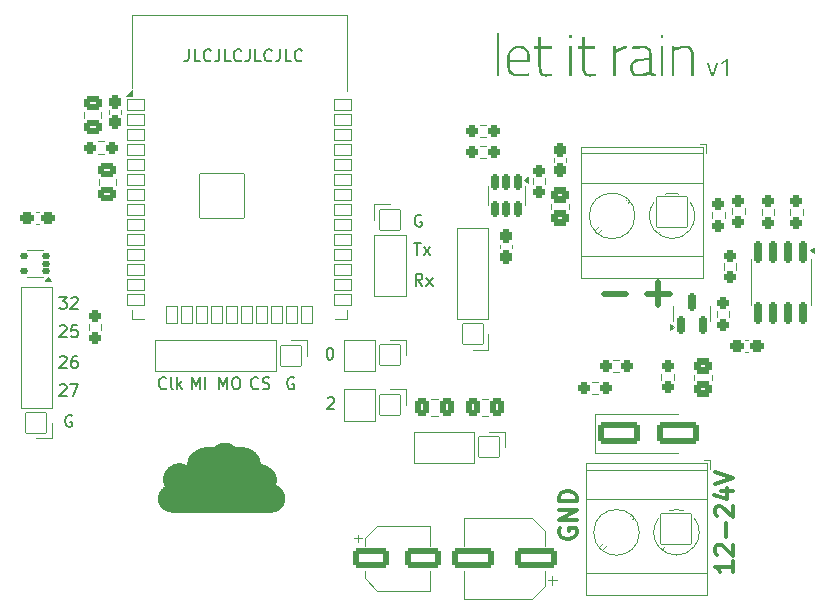
<source format=gto>
G04 #@! TF.GenerationSoftware,KiCad,Pcbnew,8.0.4*
G04 #@! TF.CreationDate,2024-08-24T09:35:18+02:00*
G04 #@! TF.ProjectId,letitrain,6c657469-7472-4616-996e-2e6b69636164,rev?*
G04 #@! TF.SameCoordinates,Original*
G04 #@! TF.FileFunction,Legend,Top*
G04 #@! TF.FilePolarity,Positive*
%FSLAX46Y46*%
G04 Gerber Fmt 4.6, Leading zero omitted, Abs format (unit mm)*
G04 Created by KiCad (PCBNEW 8.0.4) date 2024-08-24 09:35:18*
%MOMM*%
%LPD*%
G01*
G04 APERTURE LIST*
G04 Aperture macros list*
%AMRoundRect*
0 Rectangle with rounded corners*
0 $1 Rounding radius*
0 $2 $3 $4 $5 $6 $7 $8 $9 X,Y pos of 4 corners*
0 Add a 4 corners polygon primitive as box body*
4,1,4,$2,$3,$4,$5,$6,$7,$8,$9,$2,$3,0*
0 Add four circle primitives for the rounded corners*
1,1,$1+$1,$2,$3*
1,1,$1+$1,$4,$5*
1,1,$1+$1,$6,$7*
1,1,$1+$1,$8,$9*
0 Add four rect primitives between the rounded corners*
20,1,$1+$1,$2,$3,$4,$5,0*
20,1,$1+$1,$4,$5,$6,$7,0*
20,1,$1+$1,$6,$7,$8,$9,0*
20,1,$1+$1,$8,$9,$2,$3,0*%
G04 Aperture macros list end*
%ADD10C,0.000000*%
%ADD11C,0.500000*%
%ADD12C,0.200000*%
%ADD13C,0.300000*%
%ADD14C,0.150000*%
%ADD15C,0.120000*%
%ADD16RoundRect,0.256500X0.269000X0.256500X-0.269000X0.256500X-0.269000X-0.256500X0.269000X-0.256500X0*%
%ADD17RoundRect,0.038000X1.300000X1.300000X-1.300000X1.300000X-1.300000X-1.300000X1.300000X-1.300000X0*%
%ADD18C,2.676000*%
%ADD19RoundRect,0.038000X-0.850000X0.850000X-0.850000X-0.850000X0.850000X-0.850000X0.850000X0.850000X0*%
%ADD20O,1.776000X1.776000*%
%ADD21C,3.276000*%
%ADD22RoundRect,0.256500X-0.256500X0.269000X-0.256500X-0.269000X0.256500X-0.269000X0.256500X0.269000X0*%
%ADD23RoundRect,0.169000X-0.169000X0.531500X-0.169000X-0.531500X0.169000X-0.531500X0.169000X0.531500X0*%
%ADD24RoundRect,0.256500X0.256500X-0.269000X0.256500X0.269000X-0.256500X0.269000X-0.256500X-0.269000X0*%
%ADD25RoundRect,0.038000X-0.750000X-0.450000X0.750000X-0.450000X0.750000X0.450000X-0.750000X0.450000X0*%
%ADD26RoundRect,0.038000X0.450000X-0.750000X0.450000X0.750000X-0.450000X0.750000X-0.450000X-0.750000X0*%
%ADD27C,0.676000*%
%ADD28RoundRect,0.038000X-1.900000X-1.900000X1.900000X-1.900000X1.900000X1.900000X-1.900000X1.900000X0*%
%ADD29RoundRect,0.266170X0.359330X0.496830X-0.359330X0.496830X-0.359330X-0.496830X0.359330X-0.496830X0*%
%ADD30RoundRect,0.265833X-0.472167X0.372167X-0.472167X-0.372167X0.472167X-0.372167X0.472167X0.372167X0*%
%ADD31RoundRect,0.038000X-0.850000X-0.850000X0.850000X-0.850000X0.850000X0.850000X-0.850000X0.850000X0*%
%ADD32RoundRect,0.266170X-0.496830X0.359330X-0.496830X-0.359330X0.496830X-0.359330X0.496830X0.359330X0*%
%ADD33RoundRect,0.038000X0.850000X0.850000X-0.850000X0.850000X-0.850000X-0.850000X0.850000X-0.850000X0*%
%ADD34RoundRect,0.260556X-1.527444X-0.677444X1.527444X-0.677444X1.527444X0.677444X-1.527444X0.677444X0*%
%ADD35RoundRect,0.256500X-0.319000X-0.256500X0.319000X-0.256500X0.319000X0.256500X-0.319000X0.256500X0*%
%ADD36RoundRect,0.261875X1.526125X0.576125X-1.526125X0.576125X-1.526125X-0.576125X1.526125X-0.576125X0*%
%ADD37RoundRect,0.169000X-0.169000X0.744000X-0.169000X-0.744000X0.169000X-0.744000X0.169000X0.744000X0*%
%ADD38RoundRect,0.265833X0.472167X-0.372167X0.472167X0.372167X-0.472167X0.372167X-0.472167X-0.372167X0*%
%ADD39RoundRect,0.169000X0.169000X-0.606500X0.169000X0.606500X-0.169000X0.606500X-0.169000X-0.606500X0*%
%ADD40RoundRect,0.256500X0.319000X0.256500X-0.319000X0.256500X-0.319000X-0.256500X0.319000X-0.256500X0*%
%ADD41RoundRect,0.256500X-0.269000X-0.256500X0.269000X-0.256500X0.269000X0.256500X-0.269000X0.256500X0*%
%ADD42RoundRect,0.261875X-1.276125X-0.576125X1.276125X-0.576125X1.276125X0.576125X-1.276125X0.576125X0*%
%ADD43RoundRect,0.266170X0.496830X-0.359330X0.496830X0.359330X-0.496830X0.359330X-0.496830X-0.359330X0*%
%ADD44RoundRect,0.266170X-0.359330X-0.496830X0.359330X-0.496830X0.359330X0.496830X-0.359330X0.496830X0*%
%ADD45RoundRect,0.256500X-0.256500X0.319000X-0.256500X-0.319000X0.256500X-0.319000X0.256500X0.319000X0*%
%ADD46RoundRect,0.256500X0.256500X-0.319000X0.256500X0.319000X-0.256500X0.319000X-0.256500X-0.319000X0*%
%ADD47RoundRect,0.119000X0.244000X0.119000X-0.244000X0.119000X-0.244000X-0.119000X0.244000X-0.119000X0*%
G04 APERTURE END LIST*
D10*
G36*
X51082978Y-68009465D02*
G01*
X51153341Y-68014897D01*
X51222659Y-68023840D01*
X51290845Y-68036204D01*
X51357809Y-68051897D01*
X51423464Y-68070830D01*
X51487722Y-68092913D01*
X51550493Y-68118054D01*
X51611691Y-68146163D01*
X51671226Y-68177150D01*
X51729011Y-68210925D01*
X51784957Y-68247396D01*
X51838976Y-68286475D01*
X51890980Y-68328069D01*
X51940880Y-68372089D01*
X51988588Y-68418444D01*
X52037721Y-68408697D01*
X52087352Y-68400065D01*
X52137475Y-68392605D01*
X52188084Y-68386374D01*
X52239172Y-68381429D01*
X52290734Y-68377826D01*
X52342763Y-68375623D01*
X52395253Y-68374876D01*
X52480206Y-68376657D01*
X52564045Y-68381943D01*
X52646664Y-68390648D01*
X52727960Y-68402686D01*
X52807829Y-68417972D01*
X52886168Y-68436418D01*
X52962873Y-68457939D01*
X53037840Y-68482449D01*
X53110966Y-68509863D01*
X53182146Y-68540093D01*
X53251278Y-68573055D01*
X53318257Y-68608661D01*
X53382979Y-68646827D01*
X53445342Y-68687466D01*
X53505241Y-68730492D01*
X53562572Y-68775819D01*
X53617232Y-68823361D01*
X53669118Y-68873032D01*
X53718124Y-68924746D01*
X53764149Y-68978418D01*
X53807088Y-69033960D01*
X53846836Y-69091288D01*
X53883292Y-69150315D01*
X53916350Y-69210955D01*
X53945908Y-69273122D01*
X53971861Y-69336731D01*
X53994105Y-69401694D01*
X54012538Y-69467927D01*
X54027055Y-69535343D01*
X54037553Y-69603856D01*
X54043928Y-69673381D01*
X54046076Y-69743831D01*
X54045968Y-69750393D01*
X54045678Y-69756923D01*
X54045253Y-69763430D01*
X54044742Y-69769924D01*
X54043658Y-69782909D01*
X54043181Y-69789419D01*
X54042813Y-69795953D01*
X54117056Y-69812188D01*
X54189986Y-69830518D01*
X54261534Y-69850894D01*
X54331632Y-69873266D01*
X54400211Y-69897587D01*
X54467203Y-69923807D01*
X54532540Y-69951878D01*
X54596152Y-69981751D01*
X54657973Y-70013377D01*
X54717932Y-70046708D01*
X54775962Y-70081695D01*
X54831995Y-70118289D01*
X54885961Y-70156442D01*
X54937793Y-70196105D01*
X54987422Y-70237229D01*
X55034779Y-70279765D01*
X55079796Y-70323665D01*
X55122405Y-70368880D01*
X55162538Y-70415362D01*
X55200125Y-70463061D01*
X55235098Y-70511929D01*
X55267389Y-70561917D01*
X55296930Y-70612977D01*
X55323652Y-70665059D01*
X55347486Y-70718116D01*
X55368365Y-70772098D01*
X55386219Y-70826956D01*
X55400980Y-70882643D01*
X55412580Y-70939109D01*
X55420951Y-70996305D01*
X55426023Y-71054184D01*
X55427730Y-71112695D01*
X55427246Y-71143117D01*
X55425807Y-71173361D01*
X55423428Y-71203422D01*
X55420124Y-71233296D01*
X55415911Y-71262977D01*
X55410805Y-71292461D01*
X55404821Y-71321744D01*
X55397975Y-71350821D01*
X55390282Y-71379686D01*
X55381759Y-71408337D01*
X55372420Y-71436767D01*
X55362282Y-71464972D01*
X55351360Y-71492948D01*
X55339670Y-71520690D01*
X55327227Y-71548193D01*
X55314047Y-71575451D01*
X55402031Y-71608608D01*
X55486588Y-71648278D01*
X55567407Y-71694151D01*
X55644178Y-71745923D01*
X55716591Y-71803285D01*
X55784335Y-71865930D01*
X55847100Y-71933550D01*
X55904575Y-72005840D01*
X55956451Y-72082491D01*
X56002417Y-72163196D01*
X56042163Y-72247649D01*
X56075378Y-72335541D01*
X56101752Y-72426566D01*
X56120975Y-72520416D01*
X56132737Y-72616784D01*
X56135722Y-72665817D01*
X56136726Y-72715364D01*
X56135162Y-72777218D01*
X56130521Y-72838260D01*
X56122878Y-72898415D01*
X56112309Y-72957607D01*
X56098889Y-73015760D01*
X56082694Y-73072800D01*
X56063799Y-73128649D01*
X56042279Y-73183234D01*
X56018211Y-73236478D01*
X55991670Y-73288306D01*
X55962730Y-73338642D01*
X55931469Y-73387411D01*
X55897960Y-73434538D01*
X55862280Y-73479946D01*
X55824505Y-73523560D01*
X55784709Y-73565305D01*
X55742968Y-73605105D01*
X55699357Y-73642885D01*
X55653953Y-73678569D01*
X55606831Y-73712081D01*
X55558066Y-73743347D01*
X55507733Y-73772290D01*
X55455909Y-73798835D01*
X55402668Y-73822906D01*
X55348086Y-73844428D01*
X55292239Y-73863326D01*
X55235202Y-73879524D01*
X55177051Y-73892946D01*
X55117860Y-73903516D01*
X55057707Y-73911161D01*
X54996665Y-73915802D01*
X54934811Y-73917366D01*
X46554268Y-73917366D01*
X46492414Y-73915802D01*
X46431372Y-73911161D01*
X46371217Y-73903516D01*
X46312026Y-73892946D01*
X46253873Y-73879524D01*
X46196833Y-73863326D01*
X46140984Y-73844428D01*
X46086400Y-73822906D01*
X46033156Y-73798835D01*
X45981328Y-73772290D01*
X45930992Y-73743347D01*
X45882224Y-73712081D01*
X45835098Y-73678569D01*
X45789690Y-73642885D01*
X45746076Y-73605105D01*
X45704332Y-73565305D01*
X45664532Y-73523560D01*
X45626753Y-73479946D01*
X45591070Y-73434538D01*
X45557558Y-73387411D01*
X45526292Y-73338642D01*
X45497350Y-73288306D01*
X45470805Y-73236478D01*
X45446734Y-73183234D01*
X45425212Y-73128649D01*
X45406315Y-73072800D01*
X45390117Y-73015760D01*
X45376696Y-72957607D01*
X45366125Y-72898415D01*
X45358481Y-72838260D01*
X45353839Y-72777218D01*
X45352275Y-72715364D01*
X45352936Y-72675209D01*
X45354903Y-72635388D01*
X45358157Y-72595923D01*
X45362676Y-72556833D01*
X45368440Y-72518139D01*
X45375428Y-72479860D01*
X45383619Y-72442017D01*
X45392992Y-72404630D01*
X45403526Y-72367719D01*
X45415201Y-72331305D01*
X45427996Y-72295407D01*
X45441889Y-72260046D01*
X45456861Y-72225242D01*
X45472890Y-72191015D01*
X45489956Y-72157385D01*
X45508038Y-72124373D01*
X45547165Y-72060282D01*
X45590105Y-71998903D01*
X45636692Y-71940398D01*
X45686759Y-71884928D01*
X45740140Y-71832655D01*
X45796668Y-71783740D01*
X45856177Y-71738345D01*
X45918501Y-71696631D01*
X45903193Y-71663158D01*
X45888738Y-71629224D01*
X45875154Y-71594842D01*
X45862461Y-71560023D01*
X45850675Y-71524781D01*
X45839817Y-71489127D01*
X45829905Y-71453075D01*
X45820957Y-71416636D01*
X45812992Y-71379822D01*
X45806028Y-71342647D01*
X45800085Y-71305123D01*
X45795181Y-71267262D01*
X45791334Y-71229076D01*
X45788563Y-71190578D01*
X45786887Y-71151780D01*
X45786324Y-71112695D01*
X45788105Y-71042254D01*
X45793392Y-70972737D01*
X45802097Y-70904231D01*
X45814136Y-70836822D01*
X45829422Y-70770595D01*
X45847869Y-70705637D01*
X45869391Y-70642034D01*
X45893903Y-70579872D01*
X45921317Y-70519236D01*
X45951548Y-70460214D01*
X45984511Y-70402890D01*
X46020118Y-70347350D01*
X46058285Y-70293682D01*
X46098924Y-70241971D01*
X46141951Y-70192302D01*
X46187278Y-70144762D01*
X46234820Y-70099437D01*
X46284492Y-70056413D01*
X46336206Y-70015776D01*
X46389877Y-69977611D01*
X46445419Y-69942006D01*
X46502746Y-69909045D01*
X46561772Y-69878816D01*
X46622411Y-69851403D01*
X46684576Y-69826893D01*
X46748182Y-69805372D01*
X46813144Y-69786926D01*
X46879373Y-69771641D01*
X46946786Y-69759603D01*
X47015296Y-69750898D01*
X47084816Y-69745612D01*
X47155261Y-69743831D01*
X47202805Y-69744655D01*
X47249926Y-69747110D01*
X47296598Y-69751164D01*
X47342798Y-69756788D01*
X47388503Y-69763951D01*
X47433687Y-69772624D01*
X47478329Y-69782776D01*
X47522403Y-69794376D01*
X47565886Y-69807396D01*
X47608755Y-69821805D01*
X47650985Y-69837573D01*
X47692553Y-69854669D01*
X47733434Y-69873064D01*
X47773605Y-69892728D01*
X47813043Y-69913630D01*
X47851723Y-69935740D01*
X47847304Y-69912117D01*
X47843292Y-69888404D01*
X47839742Y-69864593D01*
X47836712Y-69840678D01*
X47834258Y-69816652D01*
X47832435Y-69792506D01*
X47831300Y-69768235D01*
X47830909Y-69743831D01*
X47833380Y-69673381D01*
X47840714Y-69603856D01*
X47852792Y-69535343D01*
X47869494Y-69467927D01*
X47890701Y-69401694D01*
X47916293Y-69336731D01*
X47946152Y-69273122D01*
X47980157Y-69210955D01*
X48018190Y-69150315D01*
X48060132Y-69091288D01*
X48105862Y-69033960D01*
X48155262Y-68978418D01*
X48264593Y-68873032D01*
X48387171Y-68775819D01*
X48522040Y-68687466D01*
X48668247Y-68608661D01*
X48824836Y-68540093D01*
X48990853Y-68482449D01*
X49165343Y-68436418D01*
X49347351Y-68402686D01*
X49535924Y-68381943D01*
X49730105Y-68374876D01*
X49771841Y-68375262D01*
X49813310Y-68376391D01*
X49854519Y-68378224D01*
X49895475Y-68380718D01*
X49936183Y-68383833D01*
X49976650Y-68387526D01*
X50016881Y-68391756D01*
X50056883Y-68396483D01*
X50104170Y-68352511D01*
X50153483Y-68310774D01*
X50204741Y-68271355D01*
X50257865Y-68234336D01*
X50312774Y-68199802D01*
X50369388Y-68167835D01*
X50427626Y-68138518D01*
X50487410Y-68111935D01*
X50548657Y-68088168D01*
X50611289Y-68067300D01*
X50675225Y-68049415D01*
X50740385Y-68034595D01*
X50806688Y-68022924D01*
X50874055Y-68014485D01*
X50942405Y-68009361D01*
X51011658Y-68007634D01*
X51082978Y-68009465D01*
G37*
D11*
X86774185Y-55390666D02*
X88678947Y-55390666D01*
X87726566Y-56343047D02*
X87726566Y-54438285D01*
D12*
X53833333Y-63371980D02*
X53785714Y-63419600D01*
X53785714Y-63419600D02*
X53642857Y-63467219D01*
X53642857Y-63467219D02*
X53547619Y-63467219D01*
X53547619Y-63467219D02*
X53404762Y-63419600D01*
X53404762Y-63419600D02*
X53309524Y-63324361D01*
X53309524Y-63324361D02*
X53261905Y-63229123D01*
X53261905Y-63229123D02*
X53214286Y-63038647D01*
X53214286Y-63038647D02*
X53214286Y-62895790D01*
X53214286Y-62895790D02*
X53261905Y-62705314D01*
X53261905Y-62705314D02*
X53309524Y-62610076D01*
X53309524Y-62610076D02*
X53404762Y-62514838D01*
X53404762Y-62514838D02*
X53547619Y-62467219D01*
X53547619Y-62467219D02*
X53642857Y-62467219D01*
X53642857Y-62467219D02*
X53785714Y-62514838D01*
X53785714Y-62514838D02*
X53833333Y-62562457D01*
X54214286Y-63419600D02*
X54357143Y-63467219D01*
X54357143Y-63467219D02*
X54595238Y-63467219D01*
X54595238Y-63467219D02*
X54690476Y-63419600D01*
X54690476Y-63419600D02*
X54738095Y-63371980D01*
X54738095Y-63371980D02*
X54785714Y-63276742D01*
X54785714Y-63276742D02*
X54785714Y-63181504D01*
X54785714Y-63181504D02*
X54738095Y-63086266D01*
X54738095Y-63086266D02*
X54690476Y-63038647D01*
X54690476Y-63038647D02*
X54595238Y-62991028D01*
X54595238Y-62991028D02*
X54404762Y-62943409D01*
X54404762Y-62943409D02*
X54309524Y-62895790D01*
X54309524Y-62895790D02*
X54261905Y-62848171D01*
X54261905Y-62848171D02*
X54214286Y-62752933D01*
X54214286Y-62752933D02*
X54214286Y-62657695D01*
X54214286Y-62657695D02*
X54261905Y-62562457D01*
X54261905Y-62562457D02*
X54309524Y-62514838D01*
X54309524Y-62514838D02*
X54404762Y-62467219D01*
X54404762Y-62467219D02*
X54642857Y-62467219D01*
X54642857Y-62467219D02*
X54785714Y-62514838D01*
X36990476Y-55667219D02*
X37609523Y-55667219D01*
X37609523Y-55667219D02*
X37276190Y-56048171D01*
X37276190Y-56048171D02*
X37419047Y-56048171D01*
X37419047Y-56048171D02*
X37514285Y-56095790D01*
X37514285Y-56095790D02*
X37561904Y-56143409D01*
X37561904Y-56143409D02*
X37609523Y-56238647D01*
X37609523Y-56238647D02*
X37609523Y-56476742D01*
X37609523Y-56476742D02*
X37561904Y-56571980D01*
X37561904Y-56571980D02*
X37514285Y-56619600D01*
X37514285Y-56619600D02*
X37419047Y-56667219D01*
X37419047Y-56667219D02*
X37133333Y-56667219D01*
X37133333Y-56667219D02*
X37038095Y-56619600D01*
X37038095Y-56619600D02*
X36990476Y-56571980D01*
X37990476Y-55762457D02*
X38038095Y-55714838D01*
X38038095Y-55714838D02*
X38133333Y-55667219D01*
X38133333Y-55667219D02*
X38371428Y-55667219D01*
X38371428Y-55667219D02*
X38466666Y-55714838D01*
X38466666Y-55714838D02*
X38514285Y-55762457D01*
X38514285Y-55762457D02*
X38561904Y-55857695D01*
X38561904Y-55857695D02*
X38561904Y-55952933D01*
X38561904Y-55952933D02*
X38514285Y-56095790D01*
X38514285Y-56095790D02*
X37942857Y-56667219D01*
X37942857Y-56667219D02*
X38561904Y-56667219D01*
X59860149Y-59967219D02*
X59955387Y-59967219D01*
X59955387Y-59967219D02*
X60050625Y-60014838D01*
X60050625Y-60014838D02*
X60098244Y-60062457D01*
X60098244Y-60062457D02*
X60145863Y-60157695D01*
X60145863Y-60157695D02*
X60193482Y-60348171D01*
X60193482Y-60348171D02*
X60193482Y-60586266D01*
X60193482Y-60586266D02*
X60145863Y-60776742D01*
X60145863Y-60776742D02*
X60098244Y-60871980D01*
X60098244Y-60871980D02*
X60050625Y-60919600D01*
X60050625Y-60919600D02*
X59955387Y-60967219D01*
X59955387Y-60967219D02*
X59860149Y-60967219D01*
X59860149Y-60967219D02*
X59764911Y-60919600D01*
X59764911Y-60919600D02*
X59717292Y-60871980D01*
X59717292Y-60871980D02*
X59669673Y-60776742D01*
X59669673Y-60776742D02*
X59622054Y-60586266D01*
X59622054Y-60586266D02*
X59622054Y-60348171D01*
X59622054Y-60348171D02*
X59669673Y-60157695D01*
X59669673Y-60157695D02*
X59717292Y-60062457D01*
X59717292Y-60062457D02*
X59764911Y-60014838D01*
X59764911Y-60014838D02*
X59860149Y-59967219D01*
D11*
X83099185Y-55415666D02*
X85003947Y-55415666D01*
D12*
X48228572Y-63467219D02*
X48228572Y-62467219D01*
X48228572Y-62467219D02*
X48561905Y-63181504D01*
X48561905Y-63181504D02*
X48895238Y-62467219D01*
X48895238Y-62467219D02*
X48895238Y-63467219D01*
X49371429Y-63467219D02*
X49371429Y-62467219D01*
X67741101Y-54707219D02*
X67407768Y-54231028D01*
X67169673Y-54707219D02*
X67169673Y-53707219D01*
X67169673Y-53707219D02*
X67550625Y-53707219D01*
X67550625Y-53707219D02*
X67645863Y-53754838D01*
X67645863Y-53754838D02*
X67693482Y-53802457D01*
X67693482Y-53802457D02*
X67741101Y-53897695D01*
X67741101Y-53897695D02*
X67741101Y-54040552D01*
X67741101Y-54040552D02*
X67693482Y-54135790D01*
X67693482Y-54135790D02*
X67645863Y-54183409D01*
X67645863Y-54183409D02*
X67550625Y-54231028D01*
X67550625Y-54231028D02*
X67169673Y-54231028D01*
X68074435Y-54707219D02*
X68598244Y-54040552D01*
X68074435Y-54040552D02*
X68598244Y-54707219D01*
X37038095Y-58162457D02*
X37085714Y-58114838D01*
X37085714Y-58114838D02*
X37180952Y-58067219D01*
X37180952Y-58067219D02*
X37419047Y-58067219D01*
X37419047Y-58067219D02*
X37514285Y-58114838D01*
X37514285Y-58114838D02*
X37561904Y-58162457D01*
X37561904Y-58162457D02*
X37609523Y-58257695D01*
X37609523Y-58257695D02*
X37609523Y-58352933D01*
X37609523Y-58352933D02*
X37561904Y-58495790D01*
X37561904Y-58495790D02*
X36990476Y-59067219D01*
X36990476Y-59067219D02*
X37609523Y-59067219D01*
X38514285Y-58067219D02*
X38038095Y-58067219D01*
X38038095Y-58067219D02*
X37990476Y-58543409D01*
X37990476Y-58543409D02*
X38038095Y-58495790D01*
X38038095Y-58495790D02*
X38133333Y-58448171D01*
X38133333Y-58448171D02*
X38371428Y-58448171D01*
X38371428Y-58448171D02*
X38466666Y-58495790D01*
X38466666Y-58495790D02*
X38514285Y-58543409D01*
X38514285Y-58543409D02*
X38561904Y-58638647D01*
X38561904Y-58638647D02*
X38561904Y-58876742D01*
X38561904Y-58876742D02*
X38514285Y-58971980D01*
X38514285Y-58971980D02*
X38466666Y-59019600D01*
X38466666Y-59019600D02*
X38371428Y-59067219D01*
X38371428Y-59067219D02*
X38133333Y-59067219D01*
X38133333Y-59067219D02*
X38038095Y-59019600D01*
X38038095Y-59019600D02*
X37990476Y-58971980D01*
D13*
X79372257Y-75259774D02*
X79300828Y-75402632D01*
X79300828Y-75402632D02*
X79300828Y-75616917D01*
X79300828Y-75616917D02*
X79372257Y-75831203D01*
X79372257Y-75831203D02*
X79515114Y-75974060D01*
X79515114Y-75974060D02*
X79657971Y-76045489D01*
X79657971Y-76045489D02*
X79943685Y-76116917D01*
X79943685Y-76116917D02*
X80157971Y-76116917D01*
X80157971Y-76116917D02*
X80443685Y-76045489D01*
X80443685Y-76045489D02*
X80586542Y-75974060D01*
X80586542Y-75974060D02*
X80729400Y-75831203D01*
X80729400Y-75831203D02*
X80800828Y-75616917D01*
X80800828Y-75616917D02*
X80800828Y-75474060D01*
X80800828Y-75474060D02*
X80729400Y-75259774D01*
X80729400Y-75259774D02*
X80657971Y-75188346D01*
X80657971Y-75188346D02*
X80157971Y-75188346D01*
X80157971Y-75188346D02*
X80157971Y-75474060D01*
X80800828Y-74545489D02*
X79300828Y-74545489D01*
X79300828Y-74545489D02*
X80800828Y-73688346D01*
X80800828Y-73688346D02*
X79300828Y-73688346D01*
X80800828Y-72974060D02*
X79300828Y-72974060D01*
X79300828Y-72974060D02*
X79300828Y-72616917D01*
X79300828Y-72616917D02*
X79372257Y-72402631D01*
X79372257Y-72402631D02*
X79515114Y-72259774D01*
X79515114Y-72259774D02*
X79657971Y-72188345D01*
X79657971Y-72188345D02*
X79943685Y-72116917D01*
X79943685Y-72116917D02*
X80157971Y-72116917D01*
X80157971Y-72116917D02*
X80443685Y-72188345D01*
X80443685Y-72188345D02*
X80586542Y-72259774D01*
X80586542Y-72259774D02*
X80729400Y-72402631D01*
X80729400Y-72402631D02*
X80800828Y-72616917D01*
X80800828Y-72616917D02*
X80800828Y-72974060D01*
G36*
X74018876Y-36955001D02*
G01*
X74018876Y-33305646D01*
X74245411Y-33305646D01*
X74245411Y-36955001D01*
X74018876Y-36955001D01*
G37*
G36*
X76081549Y-34404058D02*
G01*
X76260647Y-34441697D01*
X76437280Y-34518674D01*
X76583994Y-34631875D01*
X76631297Y-34683664D01*
X76736765Y-34849505D01*
X76804329Y-35029678D01*
X76843880Y-35210158D01*
X76866480Y-35414681D01*
X76872365Y-35603483D01*
X76872365Y-35793259D01*
X75124197Y-35793259D01*
X75129847Y-35970794D01*
X75150721Y-36155888D01*
X75193410Y-36338372D01*
X75265448Y-36506625D01*
X75284909Y-36538689D01*
X75407343Y-36669871D01*
X75572686Y-36752468D01*
X75758183Y-36785264D01*
X75827739Y-36787450D01*
X76018477Y-36785259D01*
X76209429Y-36778688D01*
X76400595Y-36767735D01*
X76591974Y-36752401D01*
X76767219Y-36741288D01*
X76780896Y-36952436D01*
X76604892Y-36965981D01*
X76407903Y-36979204D01*
X76226421Y-36989122D01*
X76034292Y-36996514D01*
X75863270Y-36999407D01*
X75840561Y-36999453D01*
X75650524Y-36986380D01*
X75458138Y-36942943D01*
X75297331Y-36869155D01*
X75152220Y-36747659D01*
X75095132Y-36672045D01*
X75014191Y-36515218D01*
X74953130Y-36326729D01*
X74916615Y-36139968D01*
X74897344Y-35966564D01*
X74888215Y-35777007D01*
X74887404Y-35696661D01*
X74891891Y-35580402D01*
X75124197Y-35580402D01*
X76635572Y-35580402D01*
X76629471Y-35395774D01*
X76606932Y-35206356D01*
X76560837Y-35024140D01*
X76483051Y-34862829D01*
X76462037Y-34833263D01*
X76333910Y-34713350D01*
X76165378Y-34637850D01*
X75979152Y-34607871D01*
X75909804Y-34605873D01*
X75725677Y-34621100D01*
X75530043Y-34682960D01*
X75372768Y-34792404D01*
X75253853Y-34949432D01*
X75186340Y-35109316D01*
X75143377Y-35299654D01*
X75124964Y-35520445D01*
X75124197Y-35580402D01*
X74891891Y-35580402D01*
X74896389Y-35463838D01*
X74923347Y-35253916D01*
X74968277Y-35066894D01*
X75031179Y-34902773D01*
X75143004Y-34719568D01*
X75286779Y-34577075D01*
X75462504Y-34475294D01*
X75670179Y-34414226D01*
X75846903Y-34395142D01*
X75909804Y-34393870D01*
X76081549Y-34404058D01*
G37*
G36*
X78691486Y-34650325D02*
G01*
X77795603Y-34650325D01*
X77795603Y-35912938D01*
X77798278Y-36109106D01*
X77808160Y-36302264D01*
X77828369Y-36475932D01*
X77871685Y-36632722D01*
X77996920Y-36751974D01*
X78171061Y-36790327D01*
X78220464Y-36791724D01*
X78728244Y-36750691D01*
X78747906Y-36961839D01*
X78563514Y-36982501D01*
X78391943Y-36997528D01*
X78221318Y-37004582D01*
X78034199Y-36989638D01*
X77866735Y-36937979D01*
X77721978Y-36827283D01*
X77712683Y-36815660D01*
X77630431Y-36645876D01*
X77592056Y-36472275D01*
X77573292Y-36285750D01*
X77568213Y-36100151D01*
X77568213Y-34650325D01*
X77179256Y-34650325D01*
X77179256Y-34438322D01*
X77568213Y-34438322D01*
X77568213Y-33635618D01*
X77795603Y-33635618D01*
X77795603Y-34438322D01*
X78691486Y-34438322D01*
X78691486Y-34650325D01*
G37*
G36*
X80178070Y-36955001D02*
G01*
X80178070Y-34438322D01*
X80405460Y-34438322D01*
X80405460Y-36955001D01*
X80178070Y-36955001D01*
G37*
G36*
X80178070Y-33779233D02*
G01*
X80178070Y-33453535D01*
X80405460Y-33453535D01*
X80405460Y-33779233D01*
X80178070Y-33779233D01*
G37*
G36*
X82387857Y-34650325D02*
G01*
X81491974Y-34650325D01*
X81491974Y-35912938D01*
X81494649Y-36109106D01*
X81504531Y-36302264D01*
X81524740Y-36475932D01*
X81568056Y-36632722D01*
X81693292Y-36751974D01*
X81867432Y-36790327D01*
X81916835Y-36791724D01*
X82424616Y-36750691D01*
X82444277Y-36961839D01*
X82259885Y-36982501D01*
X82088314Y-36997528D01*
X81917690Y-37004582D01*
X81730570Y-36989638D01*
X81563106Y-36937979D01*
X81418350Y-36827283D01*
X81409054Y-36815660D01*
X81326802Y-36645876D01*
X81288427Y-36472275D01*
X81269663Y-36285750D01*
X81264584Y-36100151D01*
X81264584Y-34650325D01*
X80875628Y-34650325D01*
X80875628Y-34438322D01*
X81264584Y-34438322D01*
X81264584Y-33635618D01*
X81491974Y-33635618D01*
X81491974Y-34438322D01*
X82387857Y-34438322D01*
X82387857Y-34650325D01*
G37*
G36*
X83874441Y-36955001D02*
G01*
X83874441Y-34438322D01*
X84101831Y-34438322D01*
X84101831Y-34792230D01*
X84254636Y-34695205D01*
X84414979Y-34613127D01*
X84502756Y-34571679D01*
X84668057Y-34501159D01*
X84830247Y-34444433D01*
X85006810Y-34397583D01*
X85076360Y-34383612D01*
X85076360Y-34616131D01*
X84899086Y-34660249D01*
X84734894Y-34713997D01*
X84599354Y-34767439D01*
X84433540Y-34840970D01*
X84279593Y-34919766D01*
X84226639Y-34951232D01*
X84101831Y-35027314D01*
X84101831Y-36955001D01*
X83874441Y-36955001D01*
G37*
G36*
X86599369Y-34406305D02*
G01*
X86785211Y-34456824D01*
X86934614Y-34546204D01*
X87065797Y-34704755D01*
X87135032Y-34879628D01*
X87167828Y-35093361D01*
X87170743Y-35189735D01*
X87170743Y-36606222D01*
X87296546Y-36739689D01*
X87478350Y-36783170D01*
X87541748Y-36790014D01*
X87528925Y-36994324D01*
X87345025Y-36981768D01*
X87176712Y-36937627D01*
X87026460Y-36840517D01*
X86986950Y-36793434D01*
X86803575Y-36863448D01*
X86619538Y-36918977D01*
X86434840Y-36960019D01*
X86249482Y-36986577D01*
X86063462Y-36998648D01*
X86001308Y-36999453D01*
X85816697Y-36980920D01*
X85645058Y-36917723D01*
X85506350Y-36809676D01*
X85405117Y-36660031D01*
X85349552Y-36491732D01*
X85329236Y-36313997D01*
X85328541Y-36271121D01*
X85329483Y-36258298D01*
X85566189Y-36258298D01*
X85582057Y-36433288D01*
X85640681Y-36595206D01*
X85679030Y-36650674D01*
X85816447Y-36753256D01*
X85988364Y-36787316D01*
X86001308Y-36787450D01*
X86176273Y-36778985D01*
X86346295Y-36756144D01*
X86449249Y-36736159D01*
X86626103Y-36694908D01*
X86797287Y-36645300D01*
X86823674Y-36636141D01*
X86944207Y-36592544D01*
X86944207Y-35633402D01*
X86057728Y-35724017D01*
X85878009Y-35759279D01*
X85715909Y-35841224D01*
X85677320Y-35877890D01*
X85593972Y-36035396D01*
X85567166Y-36211522D01*
X85566189Y-36258298D01*
X85329483Y-36258298D01*
X85341997Y-36087915D01*
X85388513Y-35914808D01*
X85478056Y-35761416D01*
X85498656Y-35737694D01*
X85638540Y-35627838D01*
X85805503Y-35558649D01*
X85988175Y-35521360D01*
X86032937Y-35516288D01*
X86944207Y-35420545D01*
X86944207Y-35189735D01*
X86931685Y-35016144D01*
X86883600Y-34851692D01*
X86815980Y-34751197D01*
X86666515Y-34654250D01*
X86488359Y-34618241D01*
X86424459Y-34616131D01*
X86250525Y-34621202D01*
X86067080Y-34634226D01*
X85884300Y-34652195D01*
X85711093Y-34672481D01*
X85649965Y-34680245D01*
X85469591Y-34703326D01*
X85449075Y-34487049D01*
X85625709Y-34460205D01*
X85825824Y-34433999D01*
X86013016Y-34414344D01*
X86187285Y-34401241D01*
X86374266Y-34394234D01*
X86424459Y-34393870D01*
X86599369Y-34406305D01*
G37*
G36*
X87905914Y-36955001D02*
G01*
X87905914Y-34438322D01*
X88133304Y-34438322D01*
X88133304Y-36955001D01*
X87905914Y-36955001D01*
G37*
G36*
X87905914Y-33779233D02*
G01*
X87905914Y-33453535D01*
X88133304Y-33453535D01*
X88133304Y-33779233D01*
X87905914Y-33779233D01*
G37*
G36*
X89077058Y-36955001D02*
G01*
X88849668Y-36955001D01*
X88849668Y-34438322D01*
X89077058Y-34438322D01*
X89077058Y-34616131D01*
X89230681Y-34540597D01*
X89415757Y-34472226D01*
X89607132Y-34425125D01*
X89804807Y-34399296D01*
X89949860Y-34393870D01*
X90140540Y-34406264D01*
X90322596Y-34450783D01*
X90481683Y-34539568D01*
X90582449Y-34652890D01*
X90653882Y-34811838D01*
X90699644Y-34999918D01*
X90726432Y-35197528D01*
X90739985Y-35387870D01*
X90745566Y-35601545D01*
X90745725Y-35647080D01*
X90745725Y-36955001D01*
X90519190Y-36955001D01*
X90519190Y-35657338D01*
X90516435Y-35467155D01*
X90505856Y-35267200D01*
X90483487Y-35072891D01*
X90444698Y-34902215D01*
X90406350Y-34810182D01*
X90283852Y-34685681D01*
X90105033Y-34622034D01*
X89911392Y-34605873D01*
X89738909Y-34617490D01*
X89559554Y-34652342D01*
X89507048Y-34666567D01*
X89340619Y-34719184D01*
X89180495Y-34785391D01*
X89077058Y-34840957D01*
X89077058Y-36955001D01*
G37*
D12*
X67661904Y-48754838D02*
X67566666Y-48707219D01*
X67566666Y-48707219D02*
X67423809Y-48707219D01*
X67423809Y-48707219D02*
X67280952Y-48754838D01*
X67280952Y-48754838D02*
X67185714Y-48850076D01*
X67185714Y-48850076D02*
X67138095Y-48945314D01*
X67138095Y-48945314D02*
X67090476Y-49135790D01*
X67090476Y-49135790D02*
X67090476Y-49278647D01*
X67090476Y-49278647D02*
X67138095Y-49469123D01*
X67138095Y-49469123D02*
X67185714Y-49564361D01*
X67185714Y-49564361D02*
X67280952Y-49659600D01*
X67280952Y-49659600D02*
X67423809Y-49707219D01*
X67423809Y-49707219D02*
X67519047Y-49707219D01*
X67519047Y-49707219D02*
X67661904Y-49659600D01*
X67661904Y-49659600D02*
X67709523Y-49611980D01*
X67709523Y-49611980D02*
X67709523Y-49278647D01*
X67709523Y-49278647D02*
X67519047Y-49278647D01*
X37038095Y-63162457D02*
X37085714Y-63114838D01*
X37085714Y-63114838D02*
X37180952Y-63067219D01*
X37180952Y-63067219D02*
X37419047Y-63067219D01*
X37419047Y-63067219D02*
X37514285Y-63114838D01*
X37514285Y-63114838D02*
X37561904Y-63162457D01*
X37561904Y-63162457D02*
X37609523Y-63257695D01*
X37609523Y-63257695D02*
X37609523Y-63352933D01*
X37609523Y-63352933D02*
X37561904Y-63495790D01*
X37561904Y-63495790D02*
X36990476Y-64067219D01*
X36990476Y-64067219D02*
X37609523Y-64067219D01*
X37942857Y-63067219D02*
X38609523Y-63067219D01*
X38609523Y-63067219D02*
X38180952Y-64067219D01*
X56861904Y-62514838D02*
X56766666Y-62467219D01*
X56766666Y-62467219D02*
X56623809Y-62467219D01*
X56623809Y-62467219D02*
X56480952Y-62514838D01*
X56480952Y-62514838D02*
X56385714Y-62610076D01*
X56385714Y-62610076D02*
X56338095Y-62705314D01*
X56338095Y-62705314D02*
X56290476Y-62895790D01*
X56290476Y-62895790D02*
X56290476Y-63038647D01*
X56290476Y-63038647D02*
X56338095Y-63229123D01*
X56338095Y-63229123D02*
X56385714Y-63324361D01*
X56385714Y-63324361D02*
X56480952Y-63419600D01*
X56480952Y-63419600D02*
X56623809Y-63467219D01*
X56623809Y-63467219D02*
X56719047Y-63467219D01*
X56719047Y-63467219D02*
X56861904Y-63419600D01*
X56861904Y-63419600D02*
X56909523Y-63371980D01*
X56909523Y-63371980D02*
X56909523Y-63038647D01*
X56909523Y-63038647D02*
X56719047Y-63038647D01*
X50542857Y-63467219D02*
X50542857Y-62467219D01*
X50542857Y-62467219D02*
X50876190Y-63181504D01*
X50876190Y-63181504D02*
X51209523Y-62467219D01*
X51209523Y-62467219D02*
X51209523Y-63467219D01*
X51876190Y-62467219D02*
X52066666Y-62467219D01*
X52066666Y-62467219D02*
X52161904Y-62514838D01*
X52161904Y-62514838D02*
X52257142Y-62610076D01*
X52257142Y-62610076D02*
X52304761Y-62800552D01*
X52304761Y-62800552D02*
X52304761Y-63133885D01*
X52304761Y-63133885D02*
X52257142Y-63324361D01*
X52257142Y-63324361D02*
X52161904Y-63419600D01*
X52161904Y-63419600D02*
X52066666Y-63467219D01*
X52066666Y-63467219D02*
X51876190Y-63467219D01*
X51876190Y-63467219D02*
X51780952Y-63419600D01*
X51780952Y-63419600D02*
X51685714Y-63324361D01*
X51685714Y-63324361D02*
X51638095Y-63133885D01*
X51638095Y-63133885D02*
X51638095Y-62800552D01*
X51638095Y-62800552D02*
X51685714Y-62610076D01*
X51685714Y-62610076D02*
X51780952Y-62514838D01*
X51780952Y-62514838D02*
X51876190Y-62467219D01*
X37038095Y-60762457D02*
X37085714Y-60714838D01*
X37085714Y-60714838D02*
X37180952Y-60667219D01*
X37180952Y-60667219D02*
X37419047Y-60667219D01*
X37419047Y-60667219D02*
X37514285Y-60714838D01*
X37514285Y-60714838D02*
X37561904Y-60762457D01*
X37561904Y-60762457D02*
X37609523Y-60857695D01*
X37609523Y-60857695D02*
X37609523Y-60952933D01*
X37609523Y-60952933D02*
X37561904Y-61095790D01*
X37561904Y-61095790D02*
X36990476Y-61667219D01*
X36990476Y-61667219D02*
X37609523Y-61667219D01*
X38466666Y-60667219D02*
X38276190Y-60667219D01*
X38276190Y-60667219D02*
X38180952Y-60714838D01*
X38180952Y-60714838D02*
X38133333Y-60762457D01*
X38133333Y-60762457D02*
X38038095Y-60905314D01*
X38038095Y-60905314D02*
X37990476Y-61095790D01*
X37990476Y-61095790D02*
X37990476Y-61476742D01*
X37990476Y-61476742D02*
X38038095Y-61571980D01*
X38038095Y-61571980D02*
X38085714Y-61619600D01*
X38085714Y-61619600D02*
X38180952Y-61667219D01*
X38180952Y-61667219D02*
X38371428Y-61667219D01*
X38371428Y-61667219D02*
X38466666Y-61619600D01*
X38466666Y-61619600D02*
X38514285Y-61571980D01*
X38514285Y-61571980D02*
X38561904Y-61476742D01*
X38561904Y-61476742D02*
X38561904Y-61238647D01*
X38561904Y-61238647D02*
X38514285Y-61143409D01*
X38514285Y-61143409D02*
X38466666Y-61095790D01*
X38466666Y-61095790D02*
X38371428Y-61048171D01*
X38371428Y-61048171D02*
X38180952Y-61048171D01*
X38180952Y-61048171D02*
X38085714Y-61095790D01*
X38085714Y-61095790D02*
X38038095Y-61143409D01*
X38038095Y-61143409D02*
X37990476Y-61238647D01*
X59722054Y-64262457D02*
X59769673Y-64214838D01*
X59769673Y-64214838D02*
X59864911Y-64167219D01*
X59864911Y-64167219D02*
X60103006Y-64167219D01*
X60103006Y-64167219D02*
X60198244Y-64214838D01*
X60198244Y-64214838D02*
X60245863Y-64262457D01*
X60245863Y-64262457D02*
X60293482Y-64357695D01*
X60293482Y-64357695D02*
X60293482Y-64452933D01*
X60293482Y-64452933D02*
X60245863Y-64595790D01*
X60245863Y-64595790D02*
X59674435Y-65167219D01*
X59674435Y-65167219D02*
X60293482Y-65167219D01*
D13*
G36*
X91853122Y-35866423D02*
G01*
X92016887Y-35866423D01*
X92280669Y-36811643D01*
X92347348Y-36811643D01*
X92621755Y-35866423D01*
X92777093Y-35866423D01*
X92462020Y-36945000D01*
X92167829Y-36945000D01*
X91853122Y-35866423D01*
G37*
G36*
X93628524Y-35528635D02*
G01*
X93628524Y-36945000D01*
X93476116Y-36945000D01*
X93476116Y-35705956D01*
X93112683Y-35949588D01*
X93039410Y-35827955D01*
X93490404Y-35528635D01*
X93628524Y-35528635D01*
G37*
D12*
X67026816Y-51107219D02*
X67598244Y-51107219D01*
X67312530Y-52107219D02*
X67312530Y-51107219D01*
X67836340Y-52107219D02*
X68360149Y-51440552D01*
X67836340Y-51440552D02*
X68360149Y-52107219D01*
D14*
X47972493Y-34709819D02*
X47972493Y-35424104D01*
X47972493Y-35424104D02*
X47924874Y-35566961D01*
X47924874Y-35566961D02*
X47829636Y-35662200D01*
X47829636Y-35662200D02*
X47686779Y-35709819D01*
X47686779Y-35709819D02*
X47591541Y-35709819D01*
X48924874Y-35709819D02*
X48448684Y-35709819D01*
X48448684Y-35709819D02*
X48448684Y-34709819D01*
X49829636Y-35614580D02*
X49782017Y-35662200D01*
X49782017Y-35662200D02*
X49639160Y-35709819D01*
X49639160Y-35709819D02*
X49543922Y-35709819D01*
X49543922Y-35709819D02*
X49401065Y-35662200D01*
X49401065Y-35662200D02*
X49305827Y-35566961D01*
X49305827Y-35566961D02*
X49258208Y-35471723D01*
X49258208Y-35471723D02*
X49210589Y-35281247D01*
X49210589Y-35281247D02*
X49210589Y-35138390D01*
X49210589Y-35138390D02*
X49258208Y-34947914D01*
X49258208Y-34947914D02*
X49305827Y-34852676D01*
X49305827Y-34852676D02*
X49401065Y-34757438D01*
X49401065Y-34757438D02*
X49543922Y-34709819D01*
X49543922Y-34709819D02*
X49639160Y-34709819D01*
X49639160Y-34709819D02*
X49782017Y-34757438D01*
X49782017Y-34757438D02*
X49829636Y-34805057D01*
X50543922Y-34709819D02*
X50543922Y-35424104D01*
X50543922Y-35424104D02*
X50496303Y-35566961D01*
X50496303Y-35566961D02*
X50401065Y-35662200D01*
X50401065Y-35662200D02*
X50258208Y-35709819D01*
X50258208Y-35709819D02*
X50162970Y-35709819D01*
X51496303Y-35709819D02*
X51020113Y-35709819D01*
X51020113Y-35709819D02*
X51020113Y-34709819D01*
X52401065Y-35614580D02*
X52353446Y-35662200D01*
X52353446Y-35662200D02*
X52210589Y-35709819D01*
X52210589Y-35709819D02*
X52115351Y-35709819D01*
X52115351Y-35709819D02*
X51972494Y-35662200D01*
X51972494Y-35662200D02*
X51877256Y-35566961D01*
X51877256Y-35566961D02*
X51829637Y-35471723D01*
X51829637Y-35471723D02*
X51782018Y-35281247D01*
X51782018Y-35281247D02*
X51782018Y-35138390D01*
X51782018Y-35138390D02*
X51829637Y-34947914D01*
X51829637Y-34947914D02*
X51877256Y-34852676D01*
X51877256Y-34852676D02*
X51972494Y-34757438D01*
X51972494Y-34757438D02*
X52115351Y-34709819D01*
X52115351Y-34709819D02*
X52210589Y-34709819D01*
X52210589Y-34709819D02*
X52353446Y-34757438D01*
X52353446Y-34757438D02*
X52401065Y-34805057D01*
X53115351Y-34709819D02*
X53115351Y-35424104D01*
X53115351Y-35424104D02*
X53067732Y-35566961D01*
X53067732Y-35566961D02*
X52972494Y-35662200D01*
X52972494Y-35662200D02*
X52829637Y-35709819D01*
X52829637Y-35709819D02*
X52734399Y-35709819D01*
X54067732Y-35709819D02*
X53591542Y-35709819D01*
X53591542Y-35709819D02*
X53591542Y-34709819D01*
X54972494Y-35614580D02*
X54924875Y-35662200D01*
X54924875Y-35662200D02*
X54782018Y-35709819D01*
X54782018Y-35709819D02*
X54686780Y-35709819D01*
X54686780Y-35709819D02*
X54543923Y-35662200D01*
X54543923Y-35662200D02*
X54448685Y-35566961D01*
X54448685Y-35566961D02*
X54401066Y-35471723D01*
X54401066Y-35471723D02*
X54353447Y-35281247D01*
X54353447Y-35281247D02*
X54353447Y-35138390D01*
X54353447Y-35138390D02*
X54401066Y-34947914D01*
X54401066Y-34947914D02*
X54448685Y-34852676D01*
X54448685Y-34852676D02*
X54543923Y-34757438D01*
X54543923Y-34757438D02*
X54686780Y-34709819D01*
X54686780Y-34709819D02*
X54782018Y-34709819D01*
X54782018Y-34709819D02*
X54924875Y-34757438D01*
X54924875Y-34757438D02*
X54972494Y-34805057D01*
X55686780Y-34709819D02*
X55686780Y-35424104D01*
X55686780Y-35424104D02*
X55639161Y-35566961D01*
X55639161Y-35566961D02*
X55543923Y-35662200D01*
X55543923Y-35662200D02*
X55401066Y-35709819D01*
X55401066Y-35709819D02*
X55305828Y-35709819D01*
X56639161Y-35709819D02*
X56162971Y-35709819D01*
X56162971Y-35709819D02*
X56162971Y-34709819D01*
X57543923Y-35614580D02*
X57496304Y-35662200D01*
X57496304Y-35662200D02*
X57353447Y-35709819D01*
X57353447Y-35709819D02*
X57258209Y-35709819D01*
X57258209Y-35709819D02*
X57115352Y-35662200D01*
X57115352Y-35662200D02*
X57020114Y-35566961D01*
X57020114Y-35566961D02*
X56972495Y-35471723D01*
X56972495Y-35471723D02*
X56924876Y-35281247D01*
X56924876Y-35281247D02*
X56924876Y-35138390D01*
X56924876Y-35138390D02*
X56972495Y-34947914D01*
X56972495Y-34947914D02*
X57020114Y-34852676D01*
X57020114Y-34852676D02*
X57115352Y-34757438D01*
X57115352Y-34757438D02*
X57258209Y-34709819D01*
X57258209Y-34709819D02*
X57353447Y-34709819D01*
X57353447Y-34709819D02*
X57496304Y-34757438D01*
X57496304Y-34757438D02*
X57543923Y-34805057D01*
D13*
X94000828Y-78059774D02*
X94000828Y-78916917D01*
X94000828Y-78488346D02*
X92500828Y-78488346D01*
X92500828Y-78488346D02*
X92715114Y-78631203D01*
X92715114Y-78631203D02*
X92857971Y-78774060D01*
X92857971Y-78774060D02*
X92929400Y-78916917D01*
X92643685Y-77488346D02*
X92572257Y-77416918D01*
X92572257Y-77416918D02*
X92500828Y-77274061D01*
X92500828Y-77274061D02*
X92500828Y-76916918D01*
X92500828Y-76916918D02*
X92572257Y-76774061D01*
X92572257Y-76774061D02*
X92643685Y-76702632D01*
X92643685Y-76702632D02*
X92786542Y-76631203D01*
X92786542Y-76631203D02*
X92929400Y-76631203D01*
X92929400Y-76631203D02*
X93143685Y-76702632D01*
X93143685Y-76702632D02*
X94000828Y-77559775D01*
X94000828Y-77559775D02*
X94000828Y-76631203D01*
X93429400Y-75988347D02*
X93429400Y-74845490D01*
X92643685Y-74202632D02*
X92572257Y-74131204D01*
X92572257Y-74131204D02*
X92500828Y-73988347D01*
X92500828Y-73988347D02*
X92500828Y-73631204D01*
X92500828Y-73631204D02*
X92572257Y-73488347D01*
X92572257Y-73488347D02*
X92643685Y-73416918D01*
X92643685Y-73416918D02*
X92786542Y-73345489D01*
X92786542Y-73345489D02*
X92929400Y-73345489D01*
X92929400Y-73345489D02*
X93143685Y-73416918D01*
X93143685Y-73416918D02*
X94000828Y-74274061D01*
X94000828Y-74274061D02*
X94000828Y-73345489D01*
X93000828Y-72059776D02*
X94000828Y-72059776D01*
X92429400Y-72416918D02*
X93500828Y-72774061D01*
X93500828Y-72774061D02*
X93500828Y-71845490D01*
X92500828Y-71488347D02*
X94000828Y-70988347D01*
X94000828Y-70988347D02*
X92500828Y-70488347D01*
D12*
X46042856Y-63371980D02*
X45995237Y-63419600D01*
X45995237Y-63419600D02*
X45852380Y-63467219D01*
X45852380Y-63467219D02*
X45757142Y-63467219D01*
X45757142Y-63467219D02*
X45614285Y-63419600D01*
X45614285Y-63419600D02*
X45519047Y-63324361D01*
X45519047Y-63324361D02*
X45471428Y-63229123D01*
X45471428Y-63229123D02*
X45423809Y-63038647D01*
X45423809Y-63038647D02*
X45423809Y-62895790D01*
X45423809Y-62895790D02*
X45471428Y-62705314D01*
X45471428Y-62705314D02*
X45519047Y-62610076D01*
X45519047Y-62610076D02*
X45614285Y-62514838D01*
X45614285Y-62514838D02*
X45757142Y-62467219D01*
X45757142Y-62467219D02*
X45852380Y-62467219D01*
X45852380Y-62467219D02*
X45995237Y-62514838D01*
X45995237Y-62514838D02*
X46042856Y-62562457D01*
X46614285Y-63467219D02*
X46519047Y-63419600D01*
X46519047Y-63419600D02*
X46471428Y-63324361D01*
X46471428Y-63324361D02*
X46471428Y-62467219D01*
X46995238Y-63467219D02*
X46995238Y-62467219D01*
X47090476Y-63086266D02*
X47376190Y-63467219D01*
X47376190Y-62800552D02*
X46995238Y-63181504D01*
X38061904Y-65714838D02*
X37966666Y-65667219D01*
X37966666Y-65667219D02*
X37823809Y-65667219D01*
X37823809Y-65667219D02*
X37680952Y-65714838D01*
X37680952Y-65714838D02*
X37585714Y-65810076D01*
X37585714Y-65810076D02*
X37538095Y-65905314D01*
X37538095Y-65905314D02*
X37490476Y-66095790D01*
X37490476Y-66095790D02*
X37490476Y-66238647D01*
X37490476Y-66238647D02*
X37538095Y-66429123D01*
X37538095Y-66429123D02*
X37585714Y-66524361D01*
X37585714Y-66524361D02*
X37680952Y-66619600D01*
X37680952Y-66619600D02*
X37823809Y-66667219D01*
X37823809Y-66667219D02*
X37919047Y-66667219D01*
X37919047Y-66667219D02*
X38061904Y-66619600D01*
X38061904Y-66619600D02*
X38109523Y-66571980D01*
X38109523Y-66571980D02*
X38109523Y-66238647D01*
X38109523Y-66238647D02*
X37919047Y-66238647D01*
D15*
X40767224Y-42492500D02*
X40257776Y-42492500D01*
X40767224Y-43537500D02*
X40257776Y-43537500D01*
X81200000Y-54060000D02*
X81200000Y-42940000D01*
X82336000Y-50029000D02*
X82686000Y-49679000D01*
X82571000Y-50264000D02*
X82962000Y-49874000D01*
X84947000Y-47417000D02*
X85028000Y-47336000D01*
X85156000Y-47679000D02*
X85263000Y-47572000D01*
X87651000Y-50264000D02*
X87867000Y-50049000D01*
X91480000Y-42940000D02*
X81200000Y-42940000D01*
X91480000Y-43500000D02*
X81200000Y-43500000D01*
X91480000Y-46000000D02*
X81200000Y-46000000D01*
X91480000Y-52200000D02*
X81200000Y-52200000D01*
X91480000Y-54060000D02*
X81200000Y-54060000D01*
X91480000Y-54060000D02*
X91480000Y-42940000D01*
X91720000Y-42700000D02*
X91220000Y-42700000D01*
X91720000Y-43440000D02*
X91720000Y-42700000D01*
X85730000Y-48800000D02*
G75*
G02*
X81870000Y-48800000I-1930000J0D01*
G01*
X81870000Y-48800000D02*
G75*
G02*
X85730000Y-48800000I1930000J0D01*
G01*
X87358355Y-49988175D02*
G75*
G02*
X87359000Y-47611000I1521645J1188175D01*
G01*
X88283597Y-46964461D02*
G75*
G02*
X88880000Y-46870000I596408J-1835572D01*
G01*
X88846731Y-46869664D02*
G75*
G02*
X89477000Y-46964000I33274J-1930312D01*
G01*
X90380317Y-50014609D02*
G75*
G02*
X87380000Y-50015000I-1500317J1214607D01*
G01*
X90401645Y-47611825D02*
G75*
G02*
X90401000Y-49989000I-1521645J-1188175D01*
G01*
X61140000Y-63470000D02*
X61140000Y-66130000D01*
X63740000Y-63470000D02*
X61140000Y-63470000D01*
X63740000Y-63470000D02*
X63740000Y-66130000D01*
X63740000Y-66130000D02*
X61140000Y-66130000D01*
X65010000Y-63470000D02*
X66340000Y-63470000D01*
X66340000Y-63470000D02*
X66340000Y-64800000D01*
X87977500Y-62157776D02*
X87977500Y-62667224D01*
X89022500Y-62157776D02*
X89022500Y-62667224D01*
X93277500Y-52832776D02*
X93277500Y-53342224D01*
X94322500Y-52832776D02*
X94322500Y-53342224D01*
X92277500Y-48457776D02*
X92277500Y-48967224D01*
X93322500Y-48457776D02*
X93322500Y-48967224D01*
X73290000Y-47062500D02*
X73290000Y-46262500D01*
X73290000Y-47062500D02*
X73290000Y-47862500D01*
X76410000Y-47062500D02*
X76410000Y-46262500D01*
X76410000Y-47062500D02*
X76410000Y-47862500D01*
X76690000Y-46002500D02*
X76360000Y-45762500D01*
X76690000Y-45522500D01*
X76690000Y-46002500D01*
G36*
X76690000Y-46002500D02*
G01*
X76360000Y-45762500D01*
X76690000Y-45522500D01*
X76690000Y-46002500D01*
G37*
X39477500Y-58454724D02*
X39477500Y-57945276D01*
X40522500Y-58454724D02*
X40522500Y-57945276D01*
X43130000Y-31790000D02*
X43130000Y-37950000D01*
X43130000Y-31790000D02*
X61370000Y-31790000D01*
X43130000Y-56750000D02*
X43130000Y-57530000D01*
X43130000Y-57530000D02*
X44130000Y-57530000D01*
X61370000Y-31790000D02*
X61370000Y-38205000D01*
X61370000Y-56750000D02*
X61370000Y-57530000D01*
X61370000Y-57530000D02*
X60370000Y-57530000D01*
X43125000Y-38675000D02*
X42625000Y-38675000D01*
X43125000Y-38175000D01*
X43125000Y-38675000D01*
G36*
X43125000Y-38675000D02*
G01*
X42625000Y-38675000D01*
X43125000Y-38175000D01*
X43125000Y-38675000D01*
G37*
X73298752Y-64265000D02*
X72776248Y-64265000D01*
X73298752Y-65735000D02*
X72776248Y-65735000D01*
X78665000Y-47772936D02*
X78665000Y-48227064D01*
X80135000Y-47772936D02*
X80135000Y-48227064D01*
X63670000Y-47830000D02*
X65000000Y-47830000D01*
X63670000Y-49160000D02*
X63670000Y-47830000D01*
X63670000Y-50430000D02*
X63670000Y-55570000D01*
X63670000Y-50430000D02*
X66330000Y-50430000D01*
X63670000Y-55570000D02*
X66330000Y-55570000D01*
X66330000Y-50430000D02*
X66330000Y-55570000D01*
X73142224Y-41077500D02*
X72632776Y-41077500D01*
X73142224Y-42122500D02*
X72632776Y-42122500D01*
X45110000Y-59310000D02*
X45110000Y-61970000D01*
X55330000Y-59310000D02*
X45110000Y-59310000D01*
X55330000Y-59310000D02*
X55330000Y-61970000D01*
X55330000Y-61970000D02*
X45110000Y-61970000D01*
X56600000Y-59310000D02*
X57930000Y-59310000D01*
X57930000Y-59310000D02*
X57930000Y-60640000D01*
X40340000Y-45678748D02*
X40340000Y-46201252D01*
X41810000Y-45678748D02*
X41810000Y-46201252D01*
X70670000Y-57530000D02*
X70670000Y-49850000D01*
X73330000Y-49850000D02*
X70670000Y-49850000D01*
X73330000Y-57530000D02*
X70670000Y-57530000D01*
X73330000Y-57530000D02*
X73330000Y-49850000D01*
X73330000Y-58800000D02*
X73330000Y-60130000D01*
X73330000Y-60130000D02*
X72000000Y-60130000D01*
X82390000Y-65550000D02*
X82390000Y-68850000D01*
X82390000Y-65550000D02*
X89400000Y-65550000D01*
X82390000Y-68850000D02*
X89400000Y-68850000D01*
X81570000Y-80860000D02*
X81570000Y-69740000D01*
X82706000Y-76829000D02*
X83056000Y-76479000D01*
X82941000Y-77064000D02*
X83332000Y-76674000D01*
X85317000Y-74217000D02*
X85398000Y-74136000D01*
X85526000Y-74479000D02*
X85633000Y-74372000D01*
X88021000Y-77064000D02*
X88237000Y-76849000D01*
X91850000Y-69740000D02*
X81570000Y-69740000D01*
X91850000Y-70300000D02*
X81570000Y-70300000D01*
X91850000Y-72800000D02*
X81570000Y-72800000D01*
X91850000Y-79000000D02*
X81570000Y-79000000D01*
X91850000Y-80860000D02*
X81570000Y-80860000D01*
X91850000Y-80860000D02*
X91850000Y-69740000D01*
X92090000Y-69500000D02*
X91590000Y-69500000D01*
X92090000Y-70240000D02*
X92090000Y-69500000D01*
X86100000Y-75600000D02*
G75*
G02*
X82240000Y-75600000I-1930000J0D01*
G01*
X82240000Y-75600000D02*
G75*
G02*
X86100000Y-75600000I1930000J0D01*
G01*
X87728355Y-76788175D02*
G75*
G02*
X87729000Y-74411000I1521645J1188175D01*
G01*
X88653597Y-73764461D02*
G75*
G02*
X89250000Y-73670000I596408J-1835572D01*
G01*
X89216731Y-73669664D02*
G75*
G02*
X89847000Y-73764000I33274J-1930312D01*
G01*
X90750317Y-76814609D02*
G75*
G02*
X87750000Y-76815000I-1500317J1214607D01*
G01*
X90771645Y-74411825D02*
G75*
G02*
X90771000Y-76789000I-1521645J-1188175D01*
G01*
X77077500Y-45632776D02*
X77077500Y-46142224D01*
X78122500Y-45632776D02*
X78122500Y-46142224D01*
X73142224Y-42877500D02*
X72632776Y-42877500D01*
X73142224Y-43922500D02*
X72632776Y-43922500D01*
X34991233Y-48490000D02*
X35283767Y-48490000D01*
X34991233Y-49510000D02*
X35283767Y-49510000D01*
X71290000Y-74390000D02*
X71290000Y-76740000D01*
X71290000Y-81210000D02*
X71290000Y-78860000D01*
X77045563Y-74390000D02*
X71290000Y-74390000D01*
X77045563Y-81210000D02*
X71290000Y-81210000D01*
X78110000Y-75454437D02*
X77045563Y-74390000D01*
X78110000Y-75454437D02*
X78110000Y-76740000D01*
X78110000Y-80145563D02*
X77045563Y-81210000D01*
X78110000Y-80145563D02*
X78110000Y-78860000D01*
X78743750Y-80041250D02*
X78743750Y-79253750D01*
X79137500Y-79647500D02*
X78350000Y-79647500D01*
X95535000Y-54425000D02*
X95535000Y-52475000D01*
X95535000Y-54425000D02*
X95535000Y-56375000D01*
X100655000Y-54425000D02*
X100655000Y-52475000D01*
X100655000Y-54425000D02*
X100655000Y-56375000D01*
X100890000Y-51965000D02*
X100560000Y-51725000D01*
X100890000Y-51485000D01*
X100890000Y-51965000D01*
G36*
X100890000Y-51965000D02*
G01*
X100560000Y-51725000D01*
X100890000Y-51485000D01*
X100890000Y-51965000D01*
G37*
X90765000Y-62727064D02*
X90765000Y-62272936D01*
X92235000Y-62727064D02*
X92235000Y-62272936D01*
X88990000Y-57062500D02*
X88990000Y-56412500D01*
X88990000Y-57062500D02*
X88990000Y-57712500D01*
X92110000Y-57062500D02*
X92110000Y-56412500D01*
X92110000Y-57062500D02*
X92110000Y-57712500D01*
X89040000Y-58225000D02*
X88710000Y-58465000D01*
X88710000Y-57985000D01*
X89040000Y-58225000D01*
G36*
X89040000Y-58225000D02*
G01*
X88710000Y-58465000D01*
X88710000Y-57985000D01*
X89040000Y-58225000D01*
G37*
X95346267Y-59290000D02*
X95053733Y-59290000D01*
X95346267Y-60310000D02*
X95053733Y-60310000D01*
X83907776Y-60977500D02*
X84417224Y-60977500D01*
X83907776Y-62022500D02*
X84417224Y-62022500D01*
X61975000Y-76115000D02*
X62600000Y-76115000D01*
X62287500Y-75802500D02*
X62287500Y-76427500D01*
X62840000Y-76104437D02*
X62840000Y-76740000D01*
X62840000Y-76104437D02*
X63904437Y-75040000D01*
X62840000Y-79495563D02*
X62840000Y-78860000D01*
X62840000Y-79495563D02*
X63904437Y-80560000D01*
X63904437Y-75040000D02*
X68360000Y-75040000D01*
X63904437Y-80560000D02*
X68360000Y-80560000D01*
X68360000Y-75040000D02*
X68360000Y-76740000D01*
X68360000Y-80560000D02*
X68360000Y-78860000D01*
X39090000Y-40513752D02*
X39090000Y-39991248D01*
X40560000Y-40513752D02*
X40560000Y-39991248D01*
X82082776Y-62877500D02*
X82592224Y-62877500D01*
X82082776Y-63922500D02*
X82592224Y-63922500D01*
X68501248Y-64265000D02*
X69023752Y-64265000D01*
X68501248Y-65735000D02*
X69023752Y-65735000D01*
X96477500Y-48232776D02*
X96477500Y-48742224D01*
X97522500Y-48232776D02*
X97522500Y-48742224D01*
X33720000Y-65030000D02*
X33720000Y-54810000D01*
X36380000Y-54810000D02*
X33720000Y-54810000D01*
X36380000Y-65030000D02*
X33720000Y-65030000D01*
X36380000Y-65030000D02*
X36380000Y-54810000D01*
X36380000Y-66300000D02*
X36380000Y-67630000D01*
X36380000Y-67630000D02*
X35050000Y-67630000D01*
X93977500Y-48667224D02*
X93977500Y-48157776D01*
X95022500Y-48667224D02*
X95022500Y-48157776D01*
X98877500Y-48232776D02*
X98877500Y-48742224D01*
X99922500Y-48232776D02*
X99922500Y-48742224D01*
X92677500Y-56832776D02*
X92677500Y-57342224D01*
X93722500Y-56832776D02*
X93722500Y-57342224D01*
X74290000Y-51253733D02*
X74290000Y-51546267D01*
X75310000Y-51253733D02*
X75310000Y-51546267D01*
X41190000Y-40148767D02*
X41190000Y-39856233D01*
X42210000Y-40148767D02*
X42210000Y-39856233D01*
X61140000Y-59270000D02*
X61140000Y-61930000D01*
X63740000Y-59270000D02*
X61140000Y-59270000D01*
X63740000Y-59270000D02*
X63740000Y-61930000D01*
X63740000Y-61930000D02*
X61140000Y-61930000D01*
X65010000Y-59270000D02*
X66340000Y-59270000D01*
X66340000Y-59270000D02*
X66340000Y-60600000D01*
X78890000Y-43916233D02*
X78890000Y-44208767D01*
X79910000Y-43916233D02*
X79910000Y-44208767D01*
X66990000Y-67070000D02*
X66990000Y-69730000D01*
X72130000Y-67070000D02*
X66990000Y-67070000D01*
X72130000Y-67070000D02*
X72130000Y-69730000D01*
X72130000Y-69730000D02*
X66990000Y-69730000D01*
X73400000Y-67070000D02*
X74730000Y-67070000D01*
X74730000Y-67070000D02*
X74730000Y-68400000D01*
X35650000Y-51690000D02*
X34250000Y-51690000D01*
X35660000Y-54010000D02*
X34250000Y-54010000D01*
X36270000Y-54290000D02*
X35790000Y-54290000D01*
X36030000Y-53960000D01*
X36270000Y-54290000D01*
G36*
X36270000Y-54290000D02*
G01*
X35790000Y-54290000D01*
X36030000Y-53960000D01*
X36270000Y-54290000D01*
G37*
%LPC*%
D16*
X41425000Y-43015000D03*
X39600000Y-43015000D03*
D17*
X88880000Y-48500000D03*
D18*
X83800000Y-48500000D03*
D19*
X65010000Y-64800000D03*
D20*
X62470000Y-64800000D03*
D21*
X35000000Y-72000000D03*
D22*
X88500000Y-61500000D03*
X88500000Y-63325000D03*
X93800000Y-52175000D03*
X93800000Y-54000000D03*
X92800000Y-47800000D03*
X92800000Y-49625000D03*
D23*
X75800000Y-45925000D03*
X74850000Y-45925000D03*
X73900000Y-45925000D03*
X73900000Y-48200000D03*
X74850000Y-48200000D03*
X75800000Y-48200000D03*
D24*
X40000000Y-59112500D03*
X40000000Y-57287500D03*
D25*
X43500000Y-39400000D03*
X43500000Y-40670000D03*
X43500000Y-41940000D03*
X43500000Y-43210000D03*
X43500000Y-44480000D03*
X43500000Y-45750000D03*
X43500000Y-47020000D03*
X43500000Y-48290000D03*
X43500000Y-49560000D03*
X43500000Y-50830000D03*
X43500000Y-52100000D03*
X43500000Y-53370000D03*
X43500000Y-54640000D03*
X43500000Y-55910000D03*
D26*
X46540000Y-57160000D03*
X47810000Y-57160000D03*
X49080000Y-57160000D03*
X50350000Y-57160000D03*
X51620000Y-57160000D03*
X52890000Y-57160000D03*
X54160000Y-57160000D03*
X55430000Y-57160000D03*
X56700000Y-57160000D03*
X57970000Y-57160000D03*
D25*
X61000000Y-55910000D03*
X61000000Y-54640000D03*
X61000000Y-53370000D03*
X61000000Y-52100000D03*
X61000000Y-50830000D03*
X61000000Y-49560000D03*
X61000000Y-48290000D03*
X61000000Y-47020000D03*
X61000000Y-45750000D03*
X61000000Y-44480000D03*
X61000000Y-43210000D03*
X61000000Y-41940000D03*
X61000000Y-40670000D03*
X61000000Y-39400000D03*
D27*
X49350000Y-46420000D03*
X49350000Y-47820000D03*
X50050000Y-45720000D03*
X50050000Y-47120000D03*
X50050000Y-48520000D03*
X50725000Y-46420000D03*
X50725000Y-47820000D03*
D28*
X50750000Y-47120000D03*
D27*
X51450000Y-45720000D03*
X51450000Y-47120000D03*
X51450000Y-48520000D03*
X52150000Y-46420000D03*
X52150000Y-47820000D03*
D29*
X74075000Y-65000000D03*
X72000000Y-65000000D03*
D30*
X79400000Y-47000000D03*
X79400000Y-49000000D03*
D31*
X65000000Y-49160000D03*
D20*
X65000000Y-51700000D03*
X65000000Y-54240000D03*
D21*
X99000000Y-42000000D03*
D16*
X73800000Y-41600000D03*
X71975000Y-41600000D03*
D19*
X56600000Y-60640000D03*
D20*
X54060000Y-60640000D03*
X51520000Y-60640000D03*
X48980000Y-60640000D03*
X46440000Y-60640000D03*
D32*
X41075000Y-44902500D03*
X41075000Y-46977500D03*
D33*
X72000000Y-58800000D03*
D20*
X72000000Y-56260000D03*
X72000000Y-53720000D03*
X72000000Y-51180000D03*
D34*
X84400000Y-67200000D03*
X89400000Y-67200000D03*
D17*
X89250000Y-75300000D03*
D18*
X84170000Y-75300000D03*
D22*
X77600000Y-44975000D03*
X77600000Y-46800000D03*
D16*
X73800000Y-43400000D03*
X71975000Y-43400000D03*
D35*
X34275000Y-49000000D03*
X36000000Y-49000000D03*
D36*
X77400000Y-77800000D03*
X72000000Y-77800000D03*
D37*
X100000000Y-51850000D03*
X98730000Y-51850000D03*
X97460000Y-51850000D03*
X96190000Y-51850000D03*
X96190000Y-57000000D03*
X97460000Y-57000000D03*
X98730000Y-57000000D03*
X100000000Y-57000000D03*
D38*
X91500000Y-63500000D03*
X91500000Y-61500000D03*
D39*
X89600000Y-58000000D03*
X91500000Y-58000000D03*
X90550000Y-56125000D03*
D40*
X96062500Y-59800000D03*
X94337500Y-59800000D03*
D41*
X83250000Y-61500000D03*
X85075000Y-61500000D03*
D42*
X63400000Y-77800000D03*
X67800000Y-77800000D03*
D43*
X39825000Y-41290000D03*
X39825000Y-39215000D03*
D41*
X81425000Y-63400000D03*
X83250000Y-63400000D03*
D44*
X67725000Y-65000000D03*
X69800000Y-65000000D03*
D21*
X35000000Y-42000000D03*
D22*
X97000000Y-47575000D03*
X97000000Y-49400000D03*
D33*
X35050000Y-66300000D03*
D20*
X35050000Y-63760000D03*
X35050000Y-61220000D03*
X35050000Y-58680000D03*
X35050000Y-56140000D03*
D24*
X94500000Y-49325000D03*
X94500000Y-47500000D03*
D22*
X99400000Y-47575000D03*
X99400000Y-49400000D03*
D21*
X99000000Y-72000000D03*
D22*
X93200000Y-56175000D03*
X93200000Y-58000000D03*
D45*
X74800000Y-50537500D03*
X74800000Y-52262500D03*
D46*
X41700000Y-40865000D03*
X41700000Y-39140000D03*
D19*
X65010000Y-60600000D03*
D20*
X62470000Y-60600000D03*
D45*
X79400000Y-43200000D03*
X79400000Y-44925000D03*
D19*
X73400000Y-68400000D03*
D20*
X70860000Y-68400000D03*
X68320000Y-68400000D03*
D47*
X35900000Y-53500000D03*
X35900000Y-52850000D03*
X35900000Y-52200000D03*
X34000000Y-52200000D03*
X34000000Y-53500000D03*
%LPD*%
M02*

</source>
